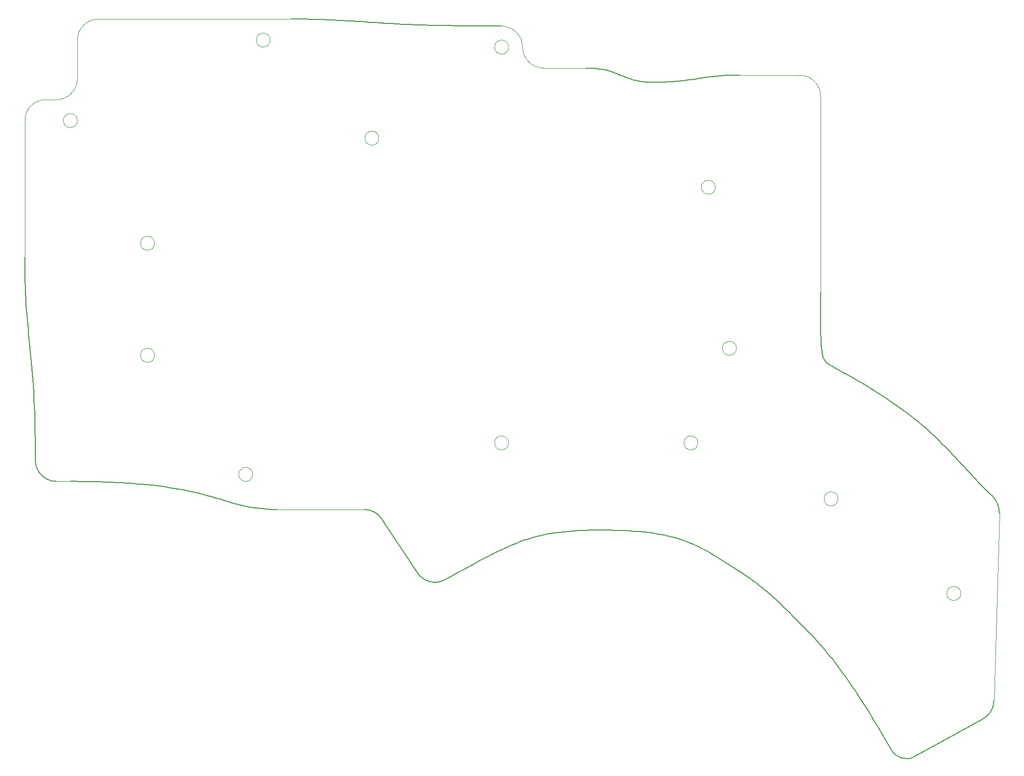
<source format=gm1>
G04 #@! TF.GenerationSoftware,KiCad,Pcbnew,7.0.5*
G04 #@! TF.CreationDate,2023-06-13T17:15:32+02:00*
G04 #@! TF.ProjectId,mykeeb_v7a5-base,6d796b65-6562-45f7-9637-61352d626173,rev?*
G04 #@! TF.SameCoordinates,Original*
G04 #@! TF.FileFunction,Profile,NP*
%FSLAX46Y46*%
G04 Gerber Fmt 4.6, Leading zero omitted, Abs format (unit mm)*
G04 Created by KiCad (PCBNEW 7.0.5) date 2023-06-13 17:15:32*
%MOMM*%
%LPD*%
G01*
G04 APERTURE LIST*
%ADD10C,0.160000*%
G04 #@! TA.AperFunction,Profile*
%ADD11C,0.160000*%
G04 #@! TD*
G04 #@! TA.AperFunction,Profile*
%ADD12C,0.038100*%
G04 #@! TD*
G04 #@! TA.AperFunction,Profile*
%ADD13C,0.100000*%
G04 #@! TD*
G04 APERTURE END LIST*
D10*
X149469013Y-143733231D02*
X149966221Y-144234000D01*
X150453837Y-144732589D01*
X150932733Y-145230306D01*
X151403780Y-145728459D01*
X151867851Y-146228356D01*
X152325817Y-146731306D01*
X152778552Y-147238615D01*
X153226926Y-147751593D01*
X153671812Y-148271547D01*
X154114082Y-148799786D01*
X154554608Y-149337617D01*
X154994261Y-149886348D01*
X155433915Y-150447289D01*
X155874441Y-151021745D01*
X156316711Y-151611027D01*
X156761597Y-152216441D01*
X157209971Y-152839296D01*
X157662705Y-153480900D01*
X158120672Y-154142560D01*
X158584743Y-154825586D01*
X159055790Y-155531285D01*
X159534686Y-156260965D01*
X160022302Y-157015934D01*
X160519510Y-157797500D01*
X161027183Y-158606972D01*
X161546192Y-159445657D01*
X162077410Y-160314863D01*
X162621709Y-161215899D01*
X163179960Y-162150072D01*
X163753036Y-163118691D01*
X164341809Y-164123064D01*
X164947151Y-165164499D01*
X19645329Y-116086035D02*
X19640205Y-114300786D01*
X19625272Y-112624324D01*
X19601181Y-111050327D01*
X19568589Y-109572473D01*
X19528148Y-108184439D01*
X19480513Y-106879903D01*
X19426337Y-105652542D01*
X19366276Y-104496035D01*
X19300981Y-103404058D01*
X19231109Y-102370290D01*
X19157313Y-101388409D01*
X19080246Y-100452092D01*
X19000564Y-99555017D01*
X18918919Y-98690861D01*
X18835966Y-97853302D01*
X18752359Y-97036019D01*
X18668752Y-96232687D01*
X18585799Y-95436987D01*
X18504154Y-94642594D01*
X18424472Y-93843187D01*
X18347405Y-93032444D01*
X18273609Y-92204042D01*
X18203737Y-91351659D01*
X18138442Y-90468972D01*
X18078381Y-89549660D01*
X18024205Y-88587399D01*
X17976570Y-87575869D01*
X17936129Y-86508745D01*
X17903537Y-85379707D01*
X17879446Y-84182432D01*
X17864513Y-82910597D01*
X17859390Y-81557881D01*
D11*
X19645335Y-116086035D02*
G75*
G03*
X23217207Y-119657865I3571765J-65D01*
G01*
D12*
X23217207Y-119657865D02*
X25598459Y-119657913D01*
D13*
X21431268Y-54768800D02*
G75*
G03*
X17859390Y-58340674I-8J-3571870D01*
G01*
X30360963Y-41076605D02*
G75*
G03*
X26789085Y-44648475I-13J-3571865D01*
G01*
D12*
X39885971Y-98226645D02*
G75*
G03*
X39885971Y-98226645I-1190626J0D01*
G01*
X100012584Y-113109470D02*
G75*
G03*
X100012584Y-113109470I-1190626J0D01*
G01*
D13*
X26789085Y-51196918D02*
X26789085Y-44648475D01*
D10*
X124420417Y-51792231D02*
X125123735Y-51788815D01*
X125784433Y-51778859D01*
X126405235Y-51762799D01*
X126988867Y-51741071D01*
X127538052Y-51714110D01*
X128055517Y-51682353D01*
X128543987Y-51646236D01*
X129006187Y-51606195D01*
X129444842Y-51562666D01*
X129862676Y-51516084D01*
X130262416Y-51466887D01*
X130646786Y-51415509D01*
X131018511Y-51362387D01*
X131380317Y-51307957D01*
X131734929Y-51252655D01*
X132085071Y-51196918D01*
X132433470Y-51141180D01*
X132782849Y-51085878D01*
X133135935Y-51031448D01*
X133495452Y-50978326D01*
X133864125Y-50926948D01*
X134244680Y-50877751D01*
X134639841Y-50831169D01*
X135052335Y-50787640D01*
X135484885Y-50747599D01*
X135940217Y-50711482D01*
X136421057Y-50679725D01*
X136930129Y-50652764D01*
X137470158Y-50631036D01*
X138043870Y-50614976D01*
X138653989Y-50605020D01*
X139303242Y-50601605D01*
D12*
X77986003Y-61317239D02*
G75*
G03*
X77986003Y-61317239I-1190626J0D01*
G01*
X17859390Y-58340674D02*
X17859390Y-81557881D01*
D10*
X152995441Y-87511011D02*
X152995495Y-88538656D01*
X152995877Y-89502315D01*
X152996912Y-90404277D01*
X152998929Y-91246832D01*
X153002253Y-92032268D01*
X153007213Y-92762875D01*
X153014135Y-93440941D01*
X153023346Y-94068755D01*
X153035173Y-94648608D01*
X153049943Y-95182787D01*
X153067983Y-95673582D01*
X153089621Y-96123283D01*
X153115183Y-96534177D01*
X153144995Y-96908555D01*
X153179387Y-97248706D01*
X153218683Y-97556917D01*
X153263211Y-97835480D01*
X153313299Y-98086682D01*
X153369273Y-98312813D01*
X153431461Y-98516162D01*
X153500188Y-98699018D01*
X153575783Y-98863670D01*
X153658573Y-99012408D01*
X153748884Y-99147519D01*
X153953377Y-99386022D01*
X154191880Y-99597492D01*
X154324703Y-99698812D01*
X154467009Y-99800242D01*
X154619125Y-99904069D01*
X154781380Y-100012584D01*
D13*
X102393877Y-45839101D02*
G75*
G03*
X98821958Y-42267223I-3571877J1D01*
G01*
X139303242Y-50601605D02*
X147042311Y-50601605D01*
D11*
X78581316Y-126206356D02*
X84417666Y-135019586D01*
D10*
X124420417Y-51792231D02*
X123933473Y-51785400D01*
X123475851Y-51765488D01*
X123045481Y-51733368D01*
X122640291Y-51689911D01*
X122258210Y-51635990D01*
X121897167Y-51572476D01*
X121555091Y-51500242D01*
X121229911Y-51420160D01*
X120919555Y-51333101D01*
X120621953Y-51239938D01*
X120335034Y-51141543D01*
X120056726Y-51038787D01*
X119784958Y-50932544D01*
X119517659Y-50823684D01*
X119252759Y-50713080D01*
X118988185Y-50601605D01*
X118721868Y-50490129D01*
X118451735Y-50379525D01*
X118175716Y-50270665D01*
X117891740Y-50164422D01*
X117597735Y-50061666D01*
X117291631Y-49963271D01*
X116971355Y-49870108D01*
X116634839Y-49783049D01*
X116280009Y-49702967D01*
X115904795Y-49630733D01*
X115507127Y-49567219D01*
X115084932Y-49513298D01*
X114636140Y-49469841D01*
X114158680Y-49437721D01*
X113650480Y-49417809D01*
X113109470Y-49410979D01*
D11*
X169068892Y-166376938D02*
X180379839Y-160139197D01*
D12*
X63103178Y-41076597D02*
X30360963Y-41076597D01*
X135136051Y-69651621D02*
G75*
G03*
X135136051Y-69651621I-1190626J0D01*
G01*
D13*
X75487943Y-124420403D02*
X60721926Y-124420417D01*
X105965714Y-49410979D02*
X113109470Y-49410979D01*
D10*
X116132283Y-127928273D02*
X115041685Y-127933598D01*
X114000132Y-127949944D01*
X113004344Y-127977868D01*
X112051043Y-128017927D01*
X111136949Y-128070677D01*
X110258785Y-128136676D01*
X109413271Y-128216480D01*
X108597130Y-128310645D01*
X107807082Y-128419729D01*
X107039849Y-128544288D01*
X106292152Y-128684879D01*
X105560712Y-128842059D01*
X104842252Y-129016384D01*
X104133492Y-129208412D01*
X103431154Y-129418698D01*
X102731959Y-129647800D01*
X102032628Y-129896275D01*
X101329884Y-130164678D01*
X100620446Y-130453568D01*
X99901038Y-130763501D01*
X99168379Y-131095032D01*
X98419192Y-131448721D01*
X97650197Y-131825122D01*
X96858117Y-132224792D01*
X96039672Y-132648289D01*
X95191584Y-133096170D01*
X94310575Y-133568990D01*
X93393365Y-134067307D01*
X92436676Y-134591677D01*
X91437229Y-135142658D01*
X90391747Y-135720805D01*
X89296950Y-136326677D01*
D13*
X152995495Y-54173483D02*
G75*
G03*
X149423563Y-50601605I-3571895J-17D01*
G01*
D12*
X26789085Y-58340674D02*
G75*
G03*
X26789085Y-58340674I-1190626J0D01*
G01*
X176807961Y-138707929D02*
G75*
G03*
X176807961Y-138707929I-1190626J0D01*
G01*
D11*
X84417693Y-135019570D02*
G75*
G03*
X89296950Y-136326677I3093207J1786170D01*
G01*
D10*
X25598459Y-119657913D02*
X27870324Y-119671574D01*
X30002118Y-119711398D01*
X32000272Y-119775638D01*
X33871216Y-119862551D01*
X35621383Y-119970394D01*
X37257204Y-120097421D01*
X38785110Y-120241889D01*
X40211532Y-120402054D01*
X41542902Y-120576171D01*
X42785651Y-120762497D01*
X43946209Y-120959288D01*
X45031010Y-121164799D01*
X46046483Y-121377286D01*
X46999060Y-121595005D01*
X47895172Y-121816213D01*
X48741251Y-122039165D01*
X49543729Y-122262116D01*
X50309035Y-122483324D01*
X51043602Y-122701043D01*
X51753861Y-122913530D01*
X52446243Y-123119041D01*
X53127179Y-123315832D01*
X53803101Y-123502158D01*
X54480441Y-123676275D01*
X55165628Y-123836440D01*
X55865096Y-123980908D01*
X56585274Y-124107935D01*
X57332595Y-124215778D01*
X58113489Y-124302691D01*
X58934388Y-124366931D01*
X59801723Y-124406755D01*
X60721926Y-124420417D01*
D12*
X59531300Y-44648475D02*
G75*
G03*
X59531300Y-44648475I-1190626J0D01*
G01*
X147042311Y-50601605D02*
X149423563Y-50601605D01*
D11*
X183356377Y-125015730D02*
G75*
G03*
X182251803Y-122275750I-3950577J30D01*
G01*
D12*
X182445562Y-156900400D02*
X183356404Y-125015730D01*
X138707929Y-97036019D02*
G75*
G03*
X138707929Y-97036019I-1190626J0D01*
G01*
D10*
X135731364Y-132754799D02*
X136438156Y-133191791D01*
X137108681Y-133610605D01*
X137744775Y-134012455D01*
X138348275Y-134398550D01*
X138921018Y-134770104D01*
X139464839Y-135128328D01*
X139981576Y-135474434D01*
X140473064Y-135809633D01*
X140941140Y-136135137D01*
X141387641Y-136452159D01*
X141814402Y-136761910D01*
X142223261Y-137065602D01*
X142616054Y-137364446D01*
X142994617Y-137659655D01*
X143360787Y-137952441D01*
X143716400Y-138244015D01*
X144063292Y-138535588D01*
X144403301Y-138828374D01*
X144738262Y-139123583D01*
X145070012Y-139422427D01*
X145400387Y-139726119D01*
X145731225Y-140035870D01*
X146064360Y-140352892D01*
X146401630Y-140678396D01*
X146744871Y-141013595D01*
X147095920Y-141359701D01*
X147456613Y-141717925D01*
X147828786Y-142089479D01*
X148214276Y-142475574D01*
X148614920Y-142877424D01*
X149032553Y-143296238D01*
X149469013Y-143733231D01*
X116132283Y-127928273D02*
X117113836Y-127939121D01*
X118058836Y-127959622D01*
X118968556Y-127989713D01*
X119844271Y-128029332D01*
X120687255Y-128078417D01*
X121498782Y-128136905D01*
X122280127Y-128204735D01*
X123032563Y-128281844D01*
X123757364Y-128368170D01*
X124455806Y-128463652D01*
X125129161Y-128568227D01*
X125778705Y-128681833D01*
X126405711Y-128804408D01*
X127011454Y-128935889D01*
X127597208Y-129076215D01*
X128164247Y-129225324D01*
X128713845Y-129383153D01*
X129247276Y-129549640D01*
X129765815Y-129724723D01*
X130270735Y-129908341D01*
X130763312Y-130100430D01*
X131244819Y-130300930D01*
X131716530Y-130509777D01*
X132179719Y-130726909D01*
X132635661Y-130952265D01*
X133085630Y-131185783D01*
X133530900Y-131427400D01*
X133972746Y-131677054D01*
X134412441Y-131934683D01*
X134851259Y-132200224D01*
X135290475Y-132473617D01*
X135731364Y-132754799D01*
D12*
X21431268Y-54768796D02*
X23217207Y-54768796D01*
D11*
X78581314Y-126206357D02*
G75*
G03*
X75487943Y-124420403I-3093414J-1786043D01*
G01*
D12*
X132159486Y-113109470D02*
G75*
G03*
X132159486Y-113109470I-1190626J0D01*
G01*
D13*
X102393821Y-45839101D02*
G75*
G03*
X105965714Y-49410979I3571779J-99D01*
G01*
D11*
X180379835Y-160139189D02*
G75*
G03*
X182445562Y-156900400I-1506135J3238789D01*
G01*
D12*
X56554735Y-118467287D02*
G75*
G03*
X56554735Y-118467287I-1190626J0D01*
G01*
D11*
X164947159Y-165164495D02*
G75*
G03*
X169068892Y-166376938I2607241J1251195D01*
G01*
D10*
X98821958Y-42267223D02*
X96766340Y-42263807D01*
X94836732Y-42253851D01*
X93026594Y-42237791D01*
X91329385Y-42216063D01*
X89738565Y-42189102D01*
X88247594Y-42157345D01*
X86849931Y-42121228D01*
X85539036Y-42081187D01*
X84308369Y-42037658D01*
X83151389Y-41991076D01*
X82061557Y-41941879D01*
X81032331Y-41890501D01*
X80057171Y-41837379D01*
X79129538Y-41782949D01*
X78242891Y-41727647D01*
X77390690Y-41671910D01*
X76566393Y-41616172D01*
X75763462Y-41560870D01*
X74975355Y-41506440D01*
X74195533Y-41453318D01*
X73417455Y-41401940D01*
X72634580Y-41352743D01*
X71840370Y-41306161D01*
X71028282Y-41262632D01*
X70191777Y-41222591D01*
X69324315Y-41186474D01*
X68419355Y-41154717D01*
X67470356Y-41127756D01*
X66470780Y-41106028D01*
X65414085Y-41089968D01*
X64293731Y-41080012D01*
X63103178Y-41076597D01*
X154781380Y-100012584D02*
X156362782Y-100874146D01*
X157853782Y-101707135D01*
X159258757Y-102513338D01*
X160582083Y-103294543D01*
X161828134Y-104052536D01*
X163001288Y-104789107D01*
X164105920Y-105506040D01*
X165146407Y-106205125D01*
X166127123Y-106888149D01*
X167052445Y-107556898D01*
X167926750Y-108213161D01*
X168754412Y-108858724D01*
X169539808Y-109495376D01*
X170287315Y-110124903D01*
X171001307Y-110749093D01*
X171686160Y-111369734D01*
X172346252Y-111988612D01*
X172985957Y-112607516D01*
X173609652Y-113228232D01*
X174221712Y-113852547D01*
X174826515Y-114482251D01*
X175428434Y-115119129D01*
X176031847Y-115764969D01*
X176641129Y-116421559D01*
X177260657Y-117090686D01*
X177894806Y-117774137D01*
X178547953Y-118473700D01*
X179224472Y-119191162D01*
X179928741Y-119928310D01*
X180665135Y-120686933D01*
X181438030Y-121468817D01*
X182251803Y-122275750D01*
D12*
X39885971Y-79176629D02*
G75*
G03*
X39885971Y-79176629I-1190626J0D01*
G01*
X155972006Y-122634478D02*
G75*
G03*
X155972006Y-122634478I-1190626J0D01*
G01*
D13*
X23217207Y-54768795D02*
G75*
G03*
X26789085Y-51196918I3J3571875D01*
G01*
X152995441Y-87511011D02*
X152995441Y-54173483D01*
D12*
X100012584Y-45839101D02*
G75*
G03*
X100012584Y-45839101I-1190626J0D01*
G01*
M02*

</source>
